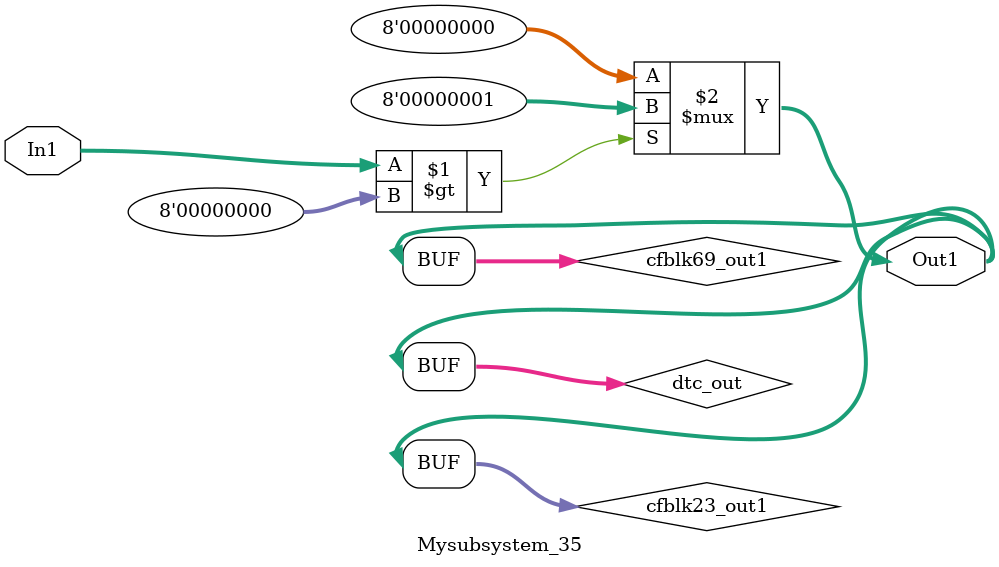
<source format=v>



`timescale 1 ns / 1 ns

module Mysubsystem_35
          (In1,
           Out1);


  input   [7:0] In1;  // uint8
  output  [7:0] Out1;  // uint8


  wire [7:0] cfblk23_out1;  // uint8
  wire [7:0] dtc_out;  // ufix8
  wire [7:0] cfblk69_out1;  // uint8


  assign cfblk23_out1 = (In1 > 8'b00000000 ? 8'b00000001 :
              8'b00000000);



  assign dtc_out = cfblk23_out1;



  assign cfblk69_out1 = dtc_out;



  assign Out1 = cfblk69_out1;

endmodule  // Mysubsystem_35


</source>
